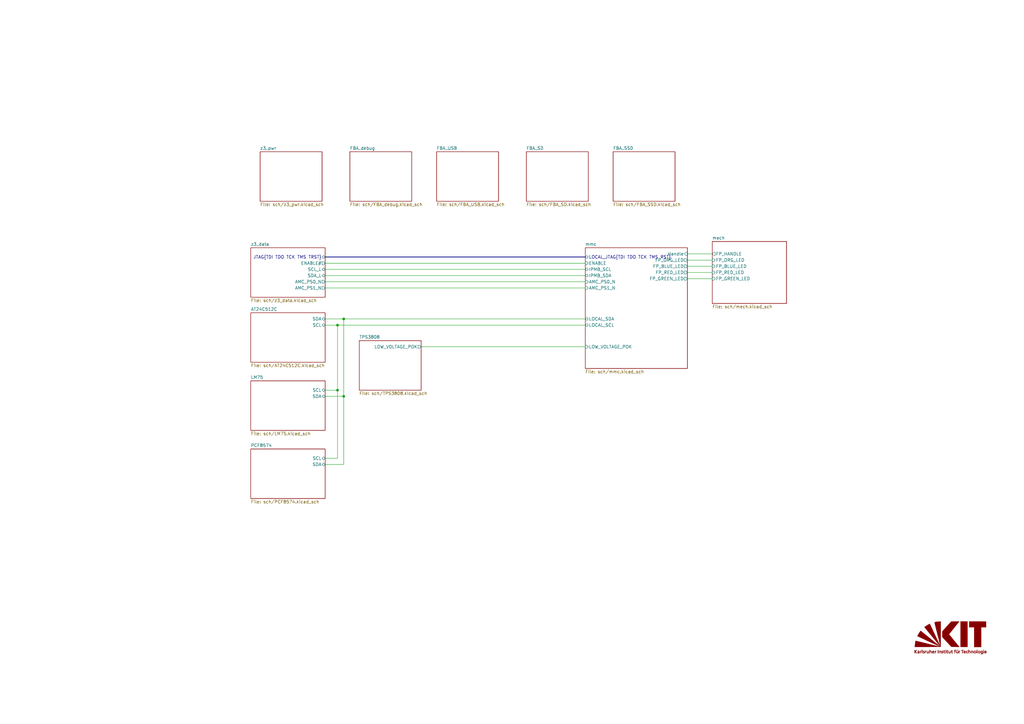
<source format=kicad_sch>
(kicad_sch (version 20211123) (generator eeschema)
  (paper "A3")
  (title_block (title "RTM_Template") (date "2022-09-07") (rev "1.0") (company "Karlsruhe Institute of Technology (KIT)") (comment 1 "Institute for Data Processing and Electronics (IPE)") (comment 2 "Carsten Schmerbeck") (comment 3 "Luis Ardila") (comment 4 "Licensed under CERN-OHL-P v2"))
  (lib_symbols
    (symbol "KIT_Graphic:KIT_LOGO" (pin_names (offset 1.016))
      (symbol "KIT_LOGO_0_0"
        (polyline (pts (xy -11.557 -4.8768) (xy -11.7602 -4.8768) (xy -11.7602 -6.2992) (xy -11.557 -6.2992) (xy -11.557 -4.8768)) (stroke (width 0.0254)) (fill (type outline)))
        (polyline (pts (xy -5.0038 -5.0038) (xy -5.207 -5.0038) (xy -5.207 -6.2992) (xy -5.0038 -6.2992) (xy -5.0038 -5.0038)) (stroke (width 0.0254)) (fill (type outline)))
        (polyline (pts (xy 6.9342 6.731) (xy 4.064 6.731) (xy 4.064 -3.7338) (xy 6.9342 -3.7338) (xy 6.9342 6.731)) (stroke (width 0.0254)) (fill (type outline)))
        (polyline (pts (xy 2.5908 -5.1562) (xy 2.5908 -5.0292) (xy 2.5654 -4.9784) (xy 2.5146 -4.953) (xy 2.4638 -4.953) (xy 2.413 -4.9784) (xy 2.413 -5.1308) (xy 2.4384 -5.1816) (xy 2.54 -5.1816) (xy 2.5908 -5.1562)) (stroke (width 0.0254)) (fill (type outline)))
        (polyline (pts (xy 2.9972 -5.1562) (xy 2.9972 -5.0292) (xy 2.9718 -4.9784) (xy 2.921 -4.953) (xy 2.8702 -4.953) (xy 2.8194 -4.9784) (xy 2.8194 -5.1308) (xy 2.8448 -5.1816) (xy 2.9464 -5.1816) (xy 2.9972 -5.1562)) (stroke (width 0.0254)) (fill (type outline)))
        (polyline (pts (xy -1.905 -5.1308) (xy -1.8796 -5.1054) (xy -1.8542 -5.0292) (xy -1.8542 -4.9784) (xy -1.8796 -4.9276) (xy -2.032 -4.9276) (xy -2.0828 -5.0038) (xy -2.0828 -5.08) (xy -2.032 -5.1308) (xy -1.9558 -5.1562) (xy -1.905 -5.1308)) (stroke (width 0.0254)) (fill (type outline)))
        (polyline (pts (xy 10.922 -4.8768) (xy 10.8204 -4.8768) (xy 10.8204 -4.9022) (xy 10.795 -4.9022) (xy 10.7696 -4.9276) (xy 10.7696 -4.9784) (xy 10.7442 -5.0546) (xy 10.7442 -5.6134) (xy 10.7188 -6.2992) (xy 10.922 -6.2992) (xy 10.922 -4.8768)) (stroke (width 0.0254)) (fill (type outline)))
        (polyline (pts (xy 12.5222 4.3688) (xy 14.5542 4.3688) (xy 14.5288 5.5372) (xy 14.5288 6.7056) (xy 11.0744 6.731) (xy 7.62 6.731) (xy 7.62 4.3688) (xy 9.652 4.3688) (xy 9.652 -3.7592) (xy 12.5222 -3.7592) (xy 12.5222 4.3688)) (stroke (width 0.0254)) (fill (type outline)))
        (polyline (pts (xy -1.8796 -5.8166) (xy -1.8796 -5.4102) (xy -1.905 -5.3594) (xy -1.9304 -5.3594) (xy -1.9558 -5.334) (xy -2.0066 -5.334) (xy -2.032 -5.3594) (xy -2.032 -5.3848) (xy -2.0574 -5.4864) (xy -2.0574 -6.2992) (xy -1.8542 -6.2992) (xy -1.8796 -5.8166)) (stroke (width 0.0254)) (fill (type outline)))
        (polyline (pts (xy 13.6398 -5.1308) (xy 13.6652 -5.1054) (xy 13.6906 -5.0292) (xy 13.6906 -4.9784) (xy 13.6652 -4.9276) (xy 13.5636 -4.9276) (xy 13.5128 -4.953) (xy 13.4874 -5.0292) (xy 13.5128 -5.08) (xy 13.5128 -5.1308) (xy 13.589 -5.1562) (xy 13.6398 -5.1308)) (stroke (width 0.0254)) (fill (type outline)))
        (polyline (pts (xy 13.6652 -5.8166) (xy 13.6652 -5.4102) (xy 13.6398 -5.3594) (xy 13.6144 -5.3594) (xy 13.589 -5.334) (xy 13.5382 -5.334) (xy 13.5128 -5.3594) (xy 13.5128 -5.4864) (xy 13.4874 -5.6134) (xy 13.4874 -6.2992) (xy 13.6906 -6.2992) (xy 13.6652 -5.8166)) (stroke (width 0.0254)) (fill (type outline)))
        (polyline (pts (xy 4.953 -5.1562) (xy 5.2324 -5.1562) (xy 5.334 -5.1308) (xy 5.3594 -5.1054) (xy 5.3594 -5.0292) (xy 5.334 -5.0292) (xy 5.2832 -5.0038) (xy 4.4196 -5.0038) (xy 4.3942 -5.0292) (xy 4.3688 -5.0292) (xy 4.3688 -5.1054) (xy 4.3942 -5.1308) (xy 4.445 -5.1308) (xy 4.572 -5.1562) (xy 4.7752 -5.1562) (xy 4.7752 -6.2992) (xy 4.953 -6.2992) (xy 4.953 -5.1562)) (stroke (width 0.0254)) (fill (type outline)))
        (polyline (pts (xy -12.3444 -6.2738) (xy -12.319 -6.223) (xy -12.319 -5.969) (xy -12.2936 -5.8674) (xy -12.2682 -5.6896) (xy -12.2428 -5.5626) (xy -12.1666 -5.5118) (xy -12.065 -5.4864) (xy -11.9888 -5.461) (xy -11.9888 -5.3594) (xy -12.0396 -5.334) (xy -12.1158 -5.334) (xy -12.2682 -5.4102) (xy -12.2936 -5.4356) (xy -12.319 -5.3848) (xy -12.3444 -5.3594) (xy -12.4206 -5.334) (xy -12.446 -5.334) (xy -12.4714 -5.3594) (xy -12.4968 -5.4102) (xy -12.4968 -6.2992) (xy -12.3698 -6.2992) (xy -12.3444 -6.2738)) (stroke (width 0.0254)) (fill (type outline)))
        (polyline (pts (xy -14.605 -6.2738) (xy -14.5796 -6.223) (xy -14.5796 -6.1468) (xy -14.5542 -5.9944) (xy -14.5542 -5.6896) (xy -14.2748 -5.9944) (xy -14.1478 -6.1468) (xy -14.0462 -6.223) (xy -13.9954 -6.2738) (xy -13.9192 -6.2992) (xy -13.7414 -6.2992) (xy -14.0462 -5.969) (xy -14.3764 -5.6134) (xy -13.7668 -5.0038) (xy -13.9954 -5.0038) (xy -14.0716 -5.0546) (xy -14.1478 -5.1308) (xy -14.3002 -5.2578) (xy -14.5542 -5.5372) (xy -14.5542 -5.0038) (xy -14.7828 -5.0038) (xy -14.7828 -6.2992) (xy -14.6304 -6.2992) (xy -14.605 -6.2738)) (stroke (width 0.0254)) (fill (type outline)))
        (polyline (pts (xy 3.556 -6.2738) (xy 3.556 -6.2484) (xy 3.5814 -6.1468) (xy 3.5814 -5.7404) (xy 3.6322 -5.588) (xy 3.7084 -5.5118) (xy 3.81 -5.4864) (xy 3.8862 -5.461) (xy 3.9116 -5.4102) (xy 3.9116 -5.3848) (xy 3.8862 -5.334) (xy 3.81 -5.334) (xy 3.7084 -5.3594) (xy 3.556 -5.4356) (xy 3.5306 -5.3848) (xy 3.5306 -5.3594) (xy 3.4544 -5.334) (xy 3.429 -5.334) (xy 3.4036 -5.3594) (xy 3.4036 -5.4102) (xy 3.3782 -5.4864) (xy 3.3782 -6.2992) (xy 3.5306 -6.2992) (xy 3.556 -6.2738)) (stroke (width 0.0254)) (fill (type outline)))
        (polyline (pts (xy -10.3632 -6.2738) (xy -10.3378 -6.223) (xy -10.3378 -6.1214) (xy -10.3124 -5.969) (xy -10.3124 -5.8674) (xy -10.287 -5.6896) (xy -10.2362 -5.5626) (xy -10.1854 -5.5118) (xy -10.0838 -5.4864) (xy -10.0076 -5.461) (xy -9.9822 -5.4102) (xy -10.0076 -5.3594) (xy -10.0584 -5.334) (xy -10.1346 -5.334) (xy -10.287 -5.4102) (xy -10.3124 -5.4356) (xy -10.3378 -5.3848) (xy -10.3632 -5.3594) (xy -10.4394 -5.334) (xy -10.4648 -5.334) (xy -10.4902 -5.3594) (xy -10.5156 -5.4102) (xy -10.5156 -6.2992) (xy -10.3886 -6.2992) (xy -10.3632 -6.2738)) (stroke (width 0.0254)) (fill (type outline)))
        (polyline (pts (xy -6.223 -6.2738) (xy -6.223 -6.223) (xy -6.1976 -6.1214) (xy -6.1976 -5.8674) (xy -6.1722 -5.6896) (xy -6.1214 -5.5626) (xy -6.0452 -5.5118) (xy -5.8928 -5.461) (xy -5.8674 -5.4102) (xy -5.8674 -5.3594) (xy -5.9436 -5.334) (xy -6.0198 -5.334) (xy -6.1214 -5.3848) (xy -6.1468 -5.4102) (xy -6.1976 -5.4356) (xy -6.223 -5.3848) (xy -6.2484 -5.3594) (xy -6.3246 -5.334) (xy -6.35 -5.334) (xy -6.3754 -5.3594) (xy -6.3754 -5.4102) (xy -6.4008 -5.4864) (xy -6.4008 -6.2992) (xy -6.2484 -6.2992) (xy -6.223 -6.2738)) (stroke (width 0.0254)) (fill (type outline)))
        (polyline (pts (xy 7.0358 -6.2992) (xy 7.0612 -6.223) (xy 7.0612 -6.1976) (xy 7.0104 -6.1722) (xy 6.858 -6.1722) (xy 6.731 -6.1468) (xy 6.604 -6.0452) (xy 6.5786 -5.969) (xy 6.5786 -5.842) (xy 6.604 -5.6896) (xy 6.6548 -5.588) (xy 6.7056 -5.5118) (xy 6.7818 -5.4864) (xy 7.0104 -5.4864) (xy 7.0358 -5.461) (xy 7.0358 -5.3848) (xy 6.9596 -5.3594) (xy 6.858 -5.334) (xy 6.604 -5.3848) (xy 6.5024 -5.461) (xy 6.4262 -5.6134) (xy 6.3754 -5.7658) (xy 6.4008 -5.9182) (xy 6.4516 -6.096) (xy 6.5532 -6.223) (xy 6.6802 -6.2992) (xy 6.8072 -6.3246) (xy 6.9342 -6.3246) (xy 7.0358 -6.2992)) (stroke (width 0.0254)) (fill (type outline)))
        (polyline (pts (xy -8.4836 -6.2738) (xy -8.4582 -6.223) (xy -8.4582 -5.969) (xy -8.4328 -5.842) (xy -8.4074 -5.6642) (xy -8.3566 -5.5626) (xy -8.2804 -5.5118) (xy -8.1788 -5.4864) (xy -8.1026 -5.4864) (xy -8.0264 -5.5372) (xy -8.001 -5.6134) (xy -7.9756 -5.7658) (xy -7.9756 -6.2992) (xy -7.7724 -6.2992) (xy -7.7978 -5.9182) (xy -7.7978 -5.588) (xy -7.8232 -5.5118) (xy -7.8486 -5.461) (xy -7.8994 -5.4102) (xy -7.9502 -5.3848) (xy -8.0772 -5.334) (xy -8.2296 -5.334) (xy -8.382 -5.3848) (xy -8.4582 -5.461) (xy -8.4582 -4.953) (xy -8.4836 -4.9022) (xy -8.509 -4.8768) (xy -8.636 -4.8768) (xy -8.636 -6.2992) (xy -8.509 -6.2992) (xy -8.4836 -6.2738)) (stroke (width 0.0254)) (fill (type outline)))
        (polyline (pts (xy 1.8034 -6.2738) (xy 1.8034 -5.4864) (xy 2.0066 -5.4864) (xy 2.0574 -5.461) (xy 2.0828 -5.4102) (xy 2.0574 -5.3848) (xy 2.032 -5.334) (xy 1.8796 -5.334) (xy 1.8288 -5.3086) (xy 1.8034 -5.2578) (xy 1.8288 -5.1562) (xy 1.8796 -5.0546) (xy 1.9812 -5.0292) (xy 2.0574 -5.0292) (xy 2.0828 -4.953) (xy 2.032 -4.9022) (xy 1.9304 -4.8768) (xy 1.905 -4.8768) (xy 1.778 -4.9276) (xy 1.6764 -5.0292) (xy 1.651 -5.1816) (xy 1.651 -5.2832) (xy 1.6256 -5.334) (xy 1.524 -5.334) (xy 1.4478 -5.3594) (xy 1.4478 -5.461) (xy 1.651 -5.5118) (xy 1.651 -6.1214) (xy 1.6764 -6.223) (xy 1.6764 -6.2738) (xy 1.7018 -6.2992) (xy 1.778 -6.2992) (xy 1.8034 -6.2738)) (stroke (width 0.0254)) (fill (type outline)))
        (polyline (pts (xy -10.8966 -6.2992) (xy -10.8204 -6.2484) (xy -10.7442 -6.1468) (xy -10.7442 -6.0198) (xy -10.795 -5.8928) (xy -10.922 -5.7658) (xy -11.049 -5.6896) (xy -11.1252 -5.6388) (xy -11.1506 -5.6134) (xy -11.1506 -5.5626) (xy -11.1252 -5.5372) (xy -11.049 -5.4864) (xy -10.795 -5.4864) (xy -10.795 -5.3848) (xy -10.8458 -5.3594) (xy -10.9474 -5.334) (xy -10.9728 -5.334) (xy -11.1252 -5.3594) (xy -11.2522 -5.4356) (xy -11.3284 -5.5372) (xy -11.3284 -5.5626) (xy -11.303 -5.6642) (xy -11.2268 -5.7912) (xy -10.9982 -5.9436) (xy -10.9474 -6.0198) (xy -10.9474 -6.096) (xy -10.9982 -6.1468) (xy -11.0744 -6.1722) (xy -11.2014 -6.1722) (xy -11.2776 -6.1468) (xy -11.303 -6.1468) (xy -11.303 -6.2738) (xy -11.2268 -6.2992) (xy -11.2268 -6.3246) (xy -11.0236 -6.3246) (xy -10.8966 -6.2992)) (stroke (width 0.0254)) (fill (type outline)))
        (polyline (pts (xy 7.4676 -6.2484) (xy 7.4676 -5.842) (xy 7.493 -5.715) (xy 7.493 -5.6388) (xy 7.6454 -5.4864) (xy 7.747 -5.4864) (xy 7.7978 -5.5118) (xy 7.874 -5.5372) (xy 7.9248 -5.6388) (xy 7.9502 -5.7912) (xy 7.9502 -6.223) (xy 7.9756 -6.2738) (xy 8.001 -6.2992) (xy 8.128 -6.2992) (xy 8.128 -6.1722) (xy 8.1534 -6.0198) (xy 8.128 -5.842) (xy 8.1026 -5.6388) (xy 8.0518 -5.4864) (xy 7.9756 -5.3848) (xy 7.9502 -5.3594) (xy 7.8232 -5.334) (xy 7.6708 -5.334) (xy 7.5438 -5.3848) (xy 7.5184 -5.4102) (xy 7.493 -5.4102) (xy 7.4676 -5.3848) (xy 7.4676 -5.1308) (xy 7.4422 -5.0038) (xy 7.4422 -4.9276) (xy 7.4168 -4.9022) (xy 7.366 -4.8768) (xy 7.2898 -4.8768) (xy 7.2898 -6.2992) (xy 7.4168 -6.2992) (xy 7.4676 -6.2484)) (stroke (width 0.0254)) (fill (type outline)))
        (polyline (pts (xy -4.5212 -6.2484) (xy -4.5212 -5.9944) (xy -4.4958 -5.7912) (xy -4.445 -5.6134) (xy -4.3688 -5.5372) (xy -4.2672 -5.4864) (xy -4.1402 -5.4864) (xy -4.0894 -5.5372) (xy -4.064 -5.6134) (xy -4.0386 -5.7658) (xy -4.0386 -6.2484) (xy -3.9878 -6.2992) (xy -3.8862 -6.2992) (xy -3.8608 -6.2738) (xy -3.8608 -6.223) (xy -3.8354 -6.1214) (xy -3.8354 -5.9436) (xy -3.8608 -5.6896) (xy -3.8862 -5.5372) (xy -3.937 -5.4102) (xy -4.0132 -5.3594) (xy -4.1402 -5.334) (xy -4.2926 -5.3594) (xy -4.4196 -5.4102) (xy -4.5212 -5.4864) (xy -4.5212 -5.3594) (xy -4.5974 -5.334) (xy -4.6228 -5.334) (xy -4.6482 -5.3594) (xy -4.6482 -5.4102) (xy -4.6736 -5.4864) (xy -4.6736 -6.1468) (xy -4.6482 -6.223) (xy -4.6482 -6.2738) (xy -4.6228 -6.2992) (xy -4.5466 -6.2992) (xy -4.5212 -6.2484)) (stroke (width 0.0254)) (fill (type outline)))
        (polyline (pts (xy -1.0668 -6.2992) (xy -1.0414 -6.223) (xy -1.0414 -6.1976) (xy -1.1176 -6.1722) (xy -1.1938 -6.1722) (xy -1.2446 -6.1214) (xy -1.2954 -5.969) (xy -1.2954 -5.4864) (xy -1.0922 -5.4864) (xy -1.0414 -5.461) (xy -1.0414 -5.4102) (xy -1.0668 -5.3594) (xy -1.1684 -5.334) (xy -1.2446 -5.334) (xy -1.2954 -5.2832) (xy -1.2954 -5.1054) (xy -1.3208 -5.08) (xy -1.3716 -5.08) (xy -1.4478 -5.1562) (xy -1.4986 -5.2324) (xy -1.4986 -5.2578) (xy -1.524 -5.3086) (xy -1.6002 -5.334) (xy -1.651 -5.3594) (xy -1.7018 -5.4102) (xy -1.7018 -5.4356) (xy -1.6764 -5.461) (xy -1.6002 -5.4864) (xy -1.4986 -5.4864) (xy -1.4986 -5.8166) (xy -1.4732 -6.0198) (xy -1.4478 -6.1722) (xy -1.397 -6.2484) (xy -1.3208 -6.2992) (xy -1.27 -6.3246) (xy -1.143 -6.3246) (xy -1.0668 -6.2992)) (stroke (width 0.0254)) (fill (type outline)))
        (polyline (pts (xy -3.1496 -6.2484) (xy -3.048 -6.1468) (xy -3.0226 -6.0452) (xy -3.0226 -5.969) (xy -3.0734 -5.8928) (xy -3.1496 -5.8166) (xy -3.2766 -5.7404) (xy -3.3782 -5.6388) (xy -3.4036 -5.5626) (xy -3.4036 -5.5372) (xy -3.3528 -5.5118) (xy -3.2512 -5.4864) (xy -3.1496 -5.4864) (xy -3.0988 -5.461) (xy -3.0734 -5.4102) (xy -3.0988 -5.3848) (xy -3.1496 -5.3594) (xy -3.2512 -5.334) (xy -3.3528 -5.334) (xy -3.5052 -5.3848) (xy -3.5814 -5.4864) (xy -3.6322 -5.588) (xy -3.5814 -5.7404) (xy -3.5052 -5.8166) (xy -3.3528 -5.9182) (xy -3.302 -5.9436) (xy -3.2258 -6.0198) (xy -3.2258 -6.096) (xy -3.302 -6.1722) (xy -3.5052 -6.1722) (xy -3.5814 -6.1468) (xy -3.6068 -6.1468) (xy -3.6068 -6.1976) (xy -3.5814 -6.2484) (xy -3.5052 -6.2992) (xy -3.429 -6.3246) (xy -3.2766 -6.3246) (xy -3.1496 -6.2484)) (stroke (width 0.0254)) (fill (type outline)))
        (polyline (pts (xy -2.3114 -6.2992) (xy -2.2606 -6.223) (xy -2.286 -6.223) (xy -2.286 -6.1722) (xy -2.3622 -6.1722) (xy -2.3876 -6.1976) (xy -2.4638 -6.1722) (xy -2.5146 -6.096) (xy -2.54 -5.9944) (xy -2.54 -5.4864) (xy -2.3876 -5.4864) (xy -2.3368 -5.461) (xy -2.3114 -5.4102) (xy -2.3114 -5.3848) (xy -2.3368 -5.334) (xy -2.4892 -5.334) (xy -2.54 -5.2832) (xy -2.54 -5.1308) (xy -2.5654 -5.08) (xy -2.5908 -5.08) (xy -2.6162 -5.1054) (xy -2.6924 -5.1054) (xy -2.7178 -5.1308) (xy -2.7178 -5.2832) (xy -2.7432 -5.334) (xy -2.8702 -5.334) (xy -2.921 -5.3594) (xy -2.9464 -5.4102) (xy -2.9464 -5.4356) (xy -2.921 -5.461) (xy -2.8448 -5.4864) (xy -2.7178 -5.4864) (xy -2.7178 -6.1214) (xy -2.667 -6.223) (xy -2.6162 -6.2738) (xy -2.54 -6.3246) (xy -2.3876 -6.3246) (xy -2.3114 -6.2992)) (stroke (width 0.0254)) (fill (type outline)))
        (polyline (pts (xy 0.7874 -6.3246) (xy 0.8128 -6.2992) (xy 0.8382 -6.2484) (xy 0.8128 -6.1976) (xy 0.762 -6.1722) (xy 0.6858 -6.1722) (xy 0.6096 -6.1214) (xy 0.5842 -5.969) (xy 0.5842 -5.4864) (xy 0.762 -5.4864) (xy 0.8128 -5.461) (xy 0.8382 -5.4102) (xy 0.8382 -5.3848) (xy 0.7874 -5.334) (xy 0.6096 -5.334) (xy 0.5842 -5.2832) (xy 0.5842 -5.1562) (xy 0.5588 -5.08) (xy 0.5334 -5.08) (xy 0.4572 -5.1054) (xy 0.4064 -5.1562) (xy 0.381 -5.2324) (xy 0.381 -5.2578) (xy 0.3556 -5.3086) (xy 0.3048 -5.334) (xy 0.2286 -5.3594) (xy 0.2032 -5.4102) (xy 0.2286 -5.461) (xy 0.3048 -5.4864) (xy 0.3556 -5.4864) (xy 0.381 -5.5372) (xy 0.381 -5.8674) (xy 0.4064 -6.0452) (xy 0.4572 -6.2484) (xy 0.5334 -6.2992) (xy 0.5842 -6.3246) (xy 0.6858 -6.35) (xy 0.7874 -6.3246)) (stroke (width 0.0254)) (fill (type outline)))
        (polyline (pts (xy 8.5852 -6.2738) (xy 8.5852 -5.8928) (xy 8.636 -5.715) (xy 8.6868 -5.588) (xy 8.7884 -5.5118) (xy 8.9154 -5.4864) (xy 8.9662 -5.4864) (xy 9.017 -5.5372) (xy 9.0424 -5.6134) (xy 9.0678 -5.7658) (xy 9.0678 -6.1468) (xy 9.0932 -6.2484) (xy 9.0932 -6.2738) (xy 9.1186 -6.2992) (xy 9.2202 -6.2992) (xy 9.2456 -6.2738) (xy 9.271 -6.223) (xy 9.271 -5.9436) (xy 9.2456 -5.6896) (xy 9.2202 -5.5372) (xy 9.1694 -5.4102) (xy 9.0932 -5.3594) (xy 8.9662 -5.334) (xy 8.8138 -5.3594) (xy 8.6868 -5.4102) (xy 8.5852 -5.4864) (xy 8.5852 -5.3594) (xy 8.509 -5.334) (xy 8.4836 -5.334) (xy 8.4582 -5.3594) (xy 8.4582 -5.4102) (xy 8.4328 -5.4864) (xy 8.4328 -6.1468) (xy 8.4582 -6.223) (xy 8.4582 -6.2738) (xy 8.4836 -6.2992) (xy 8.5598 -6.2992) (xy 8.5852 -6.2738)) (stroke (width 0.0254)) (fill (type outline)))
        (polyline (pts (xy -9.3472 -6.3246) (xy -9.2202 -6.2738) (xy -9.144 -6.223) (xy -9.0932 -6.223) (xy -9.0932 -6.2484) (xy -9.0678 -6.2738) (xy -9.017 -6.2992) (xy -8.9916 -6.2992) (xy -8.9408 -6.2484) (xy -8.9408 -5.461) (xy -8.9662 -5.3848) (xy -8.9662 -5.3594) (xy -8.9916 -5.334) (xy -9.017 -5.334) (xy -9.0678 -5.3594) (xy -9.0932 -5.3848) (xy -9.1186 -5.4356) (xy -9.1186 -5.6896) (xy -9.144 -5.8166) (xy -9.144 -5.9436) (xy -9.1694 -6.0198) (xy -9.1948 -6.0706) (xy -9.2964 -6.1722) (xy -9.4234 -6.1976) (xy -9.4996 -6.1468) (xy -9.5758 -6.0452) (xy -9.6012 -5.8674) (xy -9.6266 -5.6388) (xy -9.6266 -5.3594) (xy -9.652 -5.334) (xy -9.7282 -5.334) (xy -9.7536 -5.3594) (xy -9.7536 -6.0706) (xy -9.7028 -6.1976) (xy -9.652 -6.2484) (xy -9.5758 -6.2992) (xy -9.5504 -6.2992) (xy -9.4488 -6.35) (xy -9.3472 -6.3246)) (stroke (width 0.0254)) (fill (type outline)))
        (polyline (pts (xy -8.4074 -3.7084) (xy -4.5212 -3.7084) (xy -4.3434 -3.683) (xy -4.191 -3.683) (xy -4.2418 -3.6576) (xy -4.3434 -3.6576) (xy -4.4958 -3.6068) (xy -4.699 -3.556) (xy -4.9784 -3.5052) (xy -5.2832 -3.429) (xy -5.6642 -3.3274) (xy -6.096 -3.2258) (xy -6.5532 -3.1242) (xy -7.0358 -2.9972) (xy -7.5692 -2.8702) (xy -8.128 -2.7178) (xy -8.6868 -2.5908) (xy -9.2964 -2.4384) (xy -10.0838 -2.2352) (xy -10.8204 -2.0574) (xy -11.4554 -1.905) (xy -12.573 -1.6256) (xy -13.0302 -1.4986) (xy -13.4366 -1.4224) (xy -13.7668 -1.3462) (xy -13.9954 -1.2954) (xy -14.3002 -1.2192) (xy -14.351 -1.2192) (xy -14.3764 -1.3208) (xy -14.4272 -1.4732) (xy -14.4526 -1.6764) (xy -14.5034 -1.9304) (xy -14.5288 -2.1844) (xy -14.5796 -2.4638) (xy -14.6304 -3.0226) (xy -14.6558 -3.2766) (xy -14.6812 -3.7338) (xy -9.1948 -3.7338) (xy -8.4074 -3.7084)) (stroke (width 0.0254)) (fill (type outline)))
        (polyline (pts (xy 2.8702 -6.223) (xy 2.9718 -6.1722) (xy 2.9718 -6.2484) (xy 3.048 -6.2738) (xy 3.0734 -6.2738) (xy 3.0988 -6.2484) (xy 3.0988 -6.1976) (xy 3.1242 -6.1214) (xy 3.1242 -5.4102) (xy 3.0988 -5.3594) (xy 3.0734 -5.334) (xy 3.0226 -5.334) (xy 2.9972 -5.3594) (xy 2.9718 -5.4102) (xy 2.9718 -5.715) (xy 2.921 -5.9182) (xy 2.8702 -6.0706) (xy 2.7686 -6.1214) (xy 2.667 -6.1468) (xy 2.5908 -6.1468) (xy 2.54 -6.096) (xy 2.4892 -5.9944) (xy 2.4638 -5.9182) (xy 2.4638 -5.7658) (xy 2.4384 -5.6134) (xy 2.4384 -5.3594) (xy 2.413 -5.334) (xy 2.3368 -5.334) (xy 2.3114 -5.3594) (xy 2.3114 -5.4102) (xy 2.286 -5.5118) (xy 2.286 -5.7912) (xy 2.3114 -5.9944) (xy 2.3368 -6.1214) (xy 2.3876 -6.1976) (xy 2.4638 -6.2738) (xy 2.5908 -6.2992) (xy 2.7432 -6.2992) (xy 2.8702 -6.223)) (stroke (width 0.0254)) (fill (type outline)))
        (polyline (pts (xy -0.2794 -6.2738) (xy -0.2032 -6.2484) (xy -0.1524 -6.223) (xy -0.127 -6.2484) (xy -0.127 -6.2738) (xy -0.0508 -6.2992) (xy -0.0254 -6.2992) (xy -0.0254 -6.2738) (xy 0 -6.2484) (xy 0 -5.3594) (xy -0.0254 -5.334) (xy -0.0762 -5.334) (xy -0.1016 -5.3594) (xy -0.127 -5.4102) (xy -0.127 -5.4864) (xy -0.1524 -5.6388) (xy -0.1524 -5.6896) (xy -0.1778 -5.8928) (xy -0.2286 -6.0452) (xy -0.2794 -6.1214) (xy -0.381 -6.1722) (xy -0.4826 -6.1722) (xy -0.5588 -6.1214) (xy -0.5842 -6.1214) (xy -0.635 -5.969) (xy -0.635 -5.8674) (xy -0.6604 -5.6896) (xy -0.6604 -5.4356) (xy -0.6858 -5.3594) (xy -0.7112 -5.334) (xy -0.7874 -5.334) (xy -0.7874 -5.3594) (xy -0.8128 -5.4356) (xy -0.8128 -5.9182) (xy -0.7874 -6.0706) (xy -0.762 -6.1976) (xy -0.6096 -6.2992) (xy -0.508 -6.3246) (xy -0.4064 -6.3246) (xy -0.2794 -6.2738)) (stroke (width 0.0254)) (fill (type outline)))
        (polyline (pts (xy 10.1092 -6.2992) (xy 10.287 -6.223) (xy 10.414 -6.096) (xy 10.4648 -5.969) (xy 10.4648 -5.6642) (xy 10.414 -5.5372) (xy 10.3886 -5.5118) (xy 10.2616 -5.4102) (xy 10.1092 -5.334) (xy 9.9314 -5.334) (xy 9.7536 -5.3848) (xy 9.652 -5.461) (xy 9.5758 -5.6134) (xy 9.525 -5.7658) (xy 9.525 -5.8674) (xy 9.7028 -5.8674) (xy 9.7282 -5.715) (xy 9.8044 -5.588) (xy 9.8298 -5.5372) (xy 9.9568 -5.4864) (xy 10.0838 -5.4864) (xy 10.1854 -5.5626) (xy 10.2616 -5.6642) (xy 10.287 -5.8166) (xy 10.2616 -5.969) (xy 10.2108 -6.0706) (xy 10.1854 -6.096) (xy 10.0838 -6.1722) (xy 9.9568 -6.1722) (xy 9.8298 -6.1468) (xy 9.7536 -6.0452) (xy 9.7282 -5.9944) (xy 9.7028 -5.8674) (xy 9.525 -5.8674) (xy 9.5504 -5.9182) (xy 9.6012 -6.096) (xy 9.7028 -6.223) (xy 9.8298 -6.2992) (xy 9.9314 -6.3246) (xy 10.1092 -6.2992)) (stroke (width 0.0254)) (fill (type outline)))
        (polyline (pts (xy 11.8364 -6.2992) (xy 11.9634 -6.223) (xy 12.065 -6.096) (xy 12.1412 -5.9436) (xy 12.1412 -5.7658) (xy 12.0904 -5.588) (xy 12.065 -5.5372) (xy 11.9634 -5.4356) (xy 11.811 -5.3594) (xy 11.6332 -5.334) (xy 11.4808 -5.3594) (xy 11.3538 -5.4356) (xy 11.3284 -5.461) (xy 11.2268 -5.6134) (xy 11.2014 -5.7658) (xy 11.2014 -5.8674) (xy 11.3792 -5.8674) (xy 11.4046 -5.6896) (xy 11.4554 -5.588) (xy 11.557 -5.5118) (xy 11.684 -5.4864) (xy 11.7094 -5.4864) (xy 11.8364 -5.5372) (xy 11.9126 -5.6388) (xy 11.9634 -5.7912) (xy 11.9634 -5.9182) (xy 11.938 -5.9944) (xy 11.8364 -6.096) (xy 11.7094 -6.1722) (xy 11.6078 -6.1722) (xy 11.5062 -6.1214) (xy 11.4046 -6.0198) (xy 11.3792 -5.8674) (xy 11.2014 -5.8674) (xy 11.2014 -5.9436) (xy 11.2776 -6.096) (xy 11.3792 -6.223) (xy 11.5316 -6.2992) (xy 11.6586 -6.3246) (xy 11.8364 -6.2992)) (stroke (width 0.0254)) (fill (type outline)))
        (polyline (pts (xy 6.096 -6.2738) (xy 6.096 -6.2484) (xy 6.1214 -6.1976) (xy 6.1214 -6.1722) (xy 6.096 -6.1214) (xy 6.0452 -6.1468) (xy 5.8674 -6.1722) (xy 5.715 -6.1468) (xy 5.6134 -6.0706) (xy 5.588 -6.0452) (xy 5.5372 -5.969) (xy 5.5118 -5.9182) (xy 5.5626 -5.8674) (xy 6.1976 -5.8674) (xy 6.1976 -5.6642) (xy 6.1214 -5.5118) (xy 6.0452 -5.4102) (xy 5.8928 -5.3594) (xy 5.7658 -5.334) (xy 5.6134 -5.3594) (xy 5.4864 -5.4356) (xy 5.3848 -5.588) (xy 5.334 -5.715) (xy 5.5118 -5.715) (xy 5.5626 -5.6388) (xy 5.588 -5.5626) (xy 5.6388 -5.5118) (xy 5.6896 -5.4864) (xy 5.7912 -5.4864) (xy 5.8928 -5.5118) (xy 5.969 -5.588) (xy 5.9944 -5.6896) (xy 5.9944 -5.715) (xy 5.969 -5.7404) (xy 5.5626 -5.7404) (xy 5.5118 -5.715) (xy 5.334 -5.715) (xy 5.334 -5.8928) (xy 5.3848 -6.0706) (xy 5.4864 -6.1976) (xy 5.6388 -6.2992) (xy 5.7404 -6.3246) (xy 5.9944 -6.3246) (xy 6.096 -6.2738)) (stroke (width 0.0254)) (fill (type outline)))
        (polyline (pts (xy -6.8834 -6.2992) (xy -6.8326 -6.2992) (xy -6.7564 -6.2484) (xy -6.731 -6.1976) (xy -6.731 -6.1468) (xy -6.7564 -6.1214) (xy -6.8326 -6.1468) (xy -6.985 -6.1722) (xy -7.1628 -6.1468) (xy -7.2644 -6.0706) (xy -7.3406 -5.9436) (xy -7.366 -5.8928) (xy -7.3406 -5.8674) (xy -6.7056 -5.8674) (xy -6.7056 -5.715) (xy -6.731 -5.588) (xy -6.7818 -5.461) (xy -6.8834 -5.3594) (xy -6.9088 -5.3594) (xy -7.0358 -5.334) (xy -7.1882 -5.334) (xy -7.3152 -5.3848) (xy -7.3914 -5.4102) (xy -7.493 -5.5372) (xy -7.5438 -5.715) (xy -7.3406 -5.715) (xy -7.3406 -5.6642) (xy -7.2898 -5.588) (xy -7.1882 -5.5118) (xy -7.0866 -5.4864) (xy -6.985 -5.5118) (xy -6.9088 -5.5626) (xy -6.8834 -5.6642) (xy -6.8834 -5.6896) (xy -6.9088 -5.7404) (xy -7.2898 -5.7404) (xy -7.3406 -5.715) (xy -7.5438 -5.715) (xy -7.5438 -5.8928) (xy -7.493 -6.0706) (xy -7.3914 -6.1976) (xy -7.2644 -6.2992) (xy -7.2136 -6.2992) (xy -7.112 -6.3246) (xy -7.0104 -6.3246) (xy -6.8834 -6.2992)) (stroke (width 0.0254)) (fill (type outline)))
        (polyline (pts (xy 14.5542 -6.2992) (xy 14.605 -6.2992) (xy 14.6812 -6.2484) (xy 14.7066 -6.1976) (xy 14.7066 -6.1468) (xy 14.6558 -6.1214) (xy 14.605 -6.1468) (xy 14.4272 -6.1722) (xy 14.2748 -6.1468) (xy 14.1478 -6.0706) (xy 14.0716 -5.9436) (xy 14.0716 -5.8928) (xy 14.097 -5.8674) (xy 14.732 -5.8674) (xy 14.732 -5.715) (xy 14.7066 -5.588) (xy 14.6304 -5.461) (xy 14.5542 -5.3594) (xy 14.5288 -5.3594) (xy 14.3764 -5.334) (xy 14.224 -5.334) (xy 14.097 -5.3848) (xy 14.0462 -5.4102) (xy 13.9446 -5.5372) (xy 13.8938 -5.715) (xy 14.0716 -5.715) (xy 14.097 -5.6388) (xy 14.1478 -5.5626) (xy 14.224 -5.4864) (xy 14.3256 -5.4864) (xy 14.4272 -5.5118) (xy 14.5034 -5.588) (xy 14.5542 -5.6896) (xy 14.5542 -5.715) (xy 14.5034 -5.7404) (xy 14.097 -5.7404) (xy 14.0716 -5.715) (xy 13.8938 -5.715) (xy 13.8938 -5.8928) (xy 13.9192 -6.0706) (xy 14.0208 -6.1976) (xy 14.1732 -6.2992) (xy 14.224 -6.2992) (xy 14.3256 -6.3246) (xy 14.4272 -6.3246) (xy 14.5542 -6.2992)) (stroke (width 0.0254)) (fill (type outline)))
        (polyline (pts (xy 3.429 -3.5306) (xy 3.3782 -3.5052) (xy 3.2004 -3.2512) (xy 2.9718 -2.9718) (xy 2.7178 -2.6924) (xy 2.2098 -2.032) (xy 1.9304 -1.7018) (xy 1.6256 -1.3462) (xy 1.3462 -1.016) (xy 1.0668 -0.6604) (xy 0.8128 -0.3302) (xy 0.5334 0) (xy 0.3048 0.3048) (xy 0.0762 0.5842) (xy -0.127 0.8128) (xy -0.3048 1.0414) (xy -0.4318 1.2192) (xy -0.5588 1.3462) (xy -0.6096 1.4224) (xy -0.635 1.4732) (xy -0.6096 1.4986) (xy -0.4572 1.7272) (xy -0.3048 1.905) (xy -0.127 2.1336) (xy 0.0762 2.3876) (xy 0.3048 2.667) (xy 0.5588 2.9972) (xy 0.8382 3.3528) (xy 1.143 3.7084) (xy 1.7526 4.4704) (xy 2.3114 5.1816) (xy 2.5654 5.5118) (xy 2.8194 5.7912) (xy 3.0226 6.0452) (xy 3.2004 6.2738) (xy 3.3274 6.4516) (xy 3.4544 6.604) (xy 3.5052 6.6802) (xy 3.5306 6.7056) (xy 3.429 6.7056) (xy 3.2766 6.731) (xy 1.905 6.731) (xy 0.254 6.7056) (xy -1.5748 4.699) (xy -3.4036 2.667) (xy -3.4036 0.3302) (xy -1.524 -1.7018) (xy 0.3556 -3.7084) (xy 1.9812 -3.7084) (xy 3.5814 -3.7338) (xy 3.429 -3.5306)) (stroke (width 0.0254)) (fill (type outline)))
        (polyline (pts (xy -13.1318 -6.2992) (xy -12.9794 -6.223) (xy -12.954 -6.1976) (xy -12.954 -6.2484) (xy -12.9286 -6.2738) (xy -12.8778 -6.2992) (xy -12.827 -6.2992) (xy -12.8016 -6.2484) (xy -12.8016 -5.842) (xy -12.827 -5.6642) (xy -12.827 -5.5626) (xy -12.8524 -5.4864) (xy -12.8778 -5.4356) (xy -12.9032 -5.4102) (xy -12.9794 -5.3594) (xy -13.1318 -5.334) (xy -13.2842 -5.334) (xy -13.4112 -5.3848) (xy -13.4874 -5.4102) (xy -13.5128 -5.461) (xy -13.4874 -5.5118) (xy -13.462 -5.5372) (xy -13.4112 -5.5118) (xy -13.335 -5.4864) (xy -13.1064 -5.4864) (xy -13.0302 -5.5372) (xy -13.0048 -5.5626) (xy -12.9794 -5.6388) (xy -13.0556 -5.6896) (xy -13.1826 -5.715) (xy -13.2588 -5.715) (xy -13.4366 -5.7912) (xy -13.5382 -5.8928) (xy -13.589 -6.0198) (xy -13.4112 -6.0198) (xy -13.3604 -5.9436) (xy -13.2842 -5.8674) (xy -13.0302 -5.8674) (xy -13.0048 -5.8928) (xy -12.9794 -5.969) (xy -13.0302 -6.1214) (xy -13.081 -6.1468) (xy -13.1826 -6.1722) (xy -13.2842 -6.1722) (xy -13.3604 -6.1214) (xy -13.4112 -6.0198) (xy -13.589 -6.0198) (xy -13.5636 -6.1468) (xy -13.5128 -6.2484) (xy -13.3858 -6.3246) (xy -13.2588 -6.3246) (xy -13.1318 -6.2992)) (stroke (width 0.0254)) (fill (type outline)))
        (polyline (pts (xy 12.9794 -6.6802) (xy 13.0556 -6.6548) (xy 13.1318 -6.5786) (xy 13.2334 -6.4516) (xy 13.2334 -5.4102) (xy 13.208 -5.3594) (xy 13.1826 -5.334) (xy 13.1064 -5.334) (xy 13.081 -5.3848) (xy 13.081 -5.4102) (xy 13.0556 -5.4356) (xy 13.0302 -5.4356) (xy 12.9794 -5.3848) (xy 12.954 -5.3848) (xy 12.8778 -5.334) (xy 12.7508 -5.334) (xy 12.6238 -5.3594) (xy 12.5222 -5.4102) (xy 12.4968 -5.4356) (xy 12.3952 -5.5626) (xy 12.3444 -5.715) (xy 12.3444 -5.8166) (xy 12.5222 -5.8166) (xy 12.5476 -5.6642) (xy 12.6238 -5.5626) (xy 12.7254 -5.4864) (xy 12.827 -5.4864) (xy 12.9286 -5.5118) (xy 13.0048 -5.6134) (xy 13.0302 -5.6896) (xy 13.0556 -5.8166) (xy 13.0302 -5.969) (xy 12.954 -6.0706) (xy 12.954 -6.096) (xy 12.827 -6.1468) (xy 12.7254 -6.1468) (xy 12.6238 -6.0706) (xy 12.5476 -5.969) (xy 12.5222 -5.8166) (xy 12.3444 -5.8166) (xy 12.3444 -5.8928) (xy 12.3952 -6.0706) (xy 12.4714 -6.1976) (xy 12.6238 -6.2738) (xy 12.7762 -6.2992) (xy 12.9286 -6.2484) (xy 13.0556 -6.1976) (xy 13.0556 -6.2992) (xy 13.0302 -6.4008) (xy 12.954 -6.5024) (xy 12.827 -6.5532) (xy 12.6746 -6.5786) (xy 12.4968 -6.5278) (xy 12.4206 -6.5278) (xy 12.4206 -6.6548) (xy 12.4968 -6.7056) (xy 12.8778 -6.7056) (xy 12.9794 -6.6802)) (stroke (width 0.0254)) (fill (type outline)))
        (polyline (pts (xy -4.318 -3.2004) (xy -4.445 -2.9718) (xy -4.572 -2.667) (xy -4.7498 -2.3114) (xy -4.9276 -1.9304) (xy -5.1308 -1.4986) (xy -5.334 -1.0414) (xy -5.588 -0.5588) (xy -5.8166 -0.0508) (xy -6.3246 1.0668) (xy -8.5344 5.7404) (xy -8.7376 5.6642) (xy -8.8138 5.6388) (xy -9.017 5.5372) (xy -9.2456 5.3848) (xy -9.4996 5.2324) (xy -9.779 5.08) (xy -10.033 4.9022) (xy -10.2616 4.7498) (xy -10.4648 4.6228) (xy -10.6172 4.4958) (xy -10.7442 4.3942) (xy -7.4676 0.4064) (xy -7.239 0.1016) (xy -6.477 -0.8128) (xy -5.8166 -1.6256) (xy -5.5118 -2.0066) (xy -5.2324 -2.3622) (xy -4.9784 -2.667) (xy -4.7498 -2.921) (xy -4.572 -3.1496) (xy -4.4196 -3.3274) (xy -4.318 -3.4798) (xy -4.2164 -3.5814) (xy -4.2418 -3.5814) (xy -4.2926 -3.5306) (xy -4.4196 -3.4544) (xy -4.572 -3.3274) (xy -4.8006 -3.1496) (xy -5.0546 -2.9464) (xy -5.334 -2.7178) (xy -5.6642 -2.4384) (xy -6.0198 -2.159) (xy -6.8326 -1.4986) (xy -7.2644 -1.143) (xy -7.747 -0.762) (xy -8.2042 -0.381) (xy -8.4836 -0.1524) (xy -8.9408 0.2032) (xy -9.398 0.5842) (xy -9.8298 0.9398) (xy -10.2362 1.2446) (xy -10.6172 1.5494) (xy -10.9474 1.8288) (xy -11.2776 2.0828) (xy -11.5316 2.3114) (xy -11.7856 2.4892) (xy -11.9634 2.6416) (xy -12.1158 2.7686) (xy -12.2174 2.8702) (xy -12.2682 2.8702) (xy -12.446 2.6924) (xy -12.5476 2.54) (xy -12.6746 2.3368) (xy -12.7 2.3368) (xy -12.8524 2.1082) (xy -13.0048 1.8542) (xy -13.1572 1.6256) (xy -13.2842 1.397) (xy -13.4112 1.1938) (xy -13.5128 1.016) (xy -13.5636 0.8636) (xy -13.6144 0.762) (xy -13.6144 0.7112) (xy -13.589 0.6858) (xy -13.5128 0.6604) (xy -13.3858 0.5842) (xy -13.1826 0.508) (xy -12.9286 0.381) (xy -12.6492 0.254) (xy -12.319 0.1016) (xy -11.9634 -0.0762) (xy -11.557 -0.254) (xy -11.1252 -0.4572) (xy -10.668 -0.6604) (xy -10.2108 -0.889) (xy -9.2456 -1.3462) (xy -8.763 -1.5494) (xy -7.3152 -2.2352) (xy -6.858 -2.4384) (xy -6.4262 -2.6416) (xy -6.0198 -2.8194) (xy -5.6388 -2.9972) (xy -5.3086 -3.1496) (xy -5.0038 -3.302) (xy -4.7244 -3.4036) (xy -4.3688 -3.5814) (xy -4.2672 -3.6068) (xy -4.2164 -3.6322) (xy -4.191 -3.6322) (xy -4.1148 -3.7084) (xy -4.0894 -3.6322) (xy -4.0894 -1.4732) (xy -4.064 -0.9398) (xy -4.064 6.731) (xy -4.5466 6.7056) (xy -4.7244 6.7056) (xy -5.2324 6.6548) (xy -5.5118 6.6294) (xy -5.7912 6.5786) (xy -6.0452 6.5532) (xy -6.2484 6.5024) (xy -6.4262 6.477) (xy -6.5532 6.4516) (xy -6.604 6.4262) (xy -6.604 6.4008) (xy -6.5786 6.3246) (xy -6.5532 6.1722) (xy -6.5024 5.969) (xy -6.4516 5.6896) (xy -6.3754 5.3594) (xy -6.2738 5.0038) (xy -6.1722 4.5974) (xy -6.0706 4.1402) (xy -5.8166 3.1242) (xy -5.6642 2.5654) (xy -5.5118 1.9812) (xy -5.3848 1.3716) (xy -5.2832 0.9906) (xy -5.1308 0.4064) (xy -4.9784 -0.1524) (xy -4.8514 -0.6858) (xy -4.7244 -1.1938) (xy -4.6228 -1.651) (xy -4.4958 -2.0828) (xy -4.4196 -2.4638) (xy -4.318 -2.8194) (xy -4.2418 -3.0988) (xy -4.191 -3.3274) (xy -4.1656 -3.4798) (xy -4.1656 -3.5306) (xy -4.2418 -3.4036) (xy -4.318 -3.2004)) (stroke (width 0.0254)) (fill (type outline)))
      )
    )
  )
  (junction (at 140.97 130.81))
  (junction (at 138.43 160.02))
  (junction (at 140.97 162.56))
  (junction (at 138.43 133.35))
  (wire (pts (xy 133.35 110.49) (xy 240.03 110.49)))
  (wire (pts (xy 292.1 104.14) (xy 281.94 104.14)))
  (wire (pts (xy 172.72 142.24) (xy 240.03 142.24)))
  (wire (pts (xy 140.97 162.56) (xy 140.97 190.5)))
  (wire (pts (xy 281.94 114.3) (xy 292.1 114.3)))
  (wire (pts (xy 138.43 133.35) (xy 240.03 133.35)))
  (wire (pts (xy 133.35 130.81) (xy 140.97 130.81)))
  (wire (pts (xy 140.97 130.81) (xy 240.03 130.81)))
  (wire (pts (xy 140.97 162.56) (xy 140.97 130.81)))
  (wire (pts (xy 133.35 133.35) (xy 138.43 133.35)))
  (wire (pts (xy 133.35 187.96) (xy 138.43 187.96)))
  (wire (pts (xy 133.35 160.02) (xy 138.43 160.02)))
  (wire (pts (xy 138.43 187.96) (xy 138.43 160.02)))
  (wire (pts (xy 133.35 115.57) (xy 240.03 115.57)))
  (bus (pts (xy 133.35 105.41) (xy 240.03 105.41)))
  (wire (pts (xy 281.94 111.76) (xy 292.1 111.76)))
  (wire (pts (xy 281.94 109.22) (xy 292.1 109.22)))
  (wire (pts (xy 133.35 107.95) (xy 240.03 107.95)))
  (wire (pts (xy 140.97 190.5) (xy 133.35 190.5)))
  (wire (pts (xy 133.35 113.03) (xy 240.03 113.03)))
  (wire (pts (xy 138.43 160.02) (xy 138.43 133.35)))
  (wire (pts (xy 281.94 106.68) (xy 292.1 106.68)))
  (wire (pts (xy 133.35 162.56) (xy 140.97 162.56)))
  (wire (pts (xy 133.35 118.11) (xy 240.03 118.11)))
  (symbol (lib_id "KIT_Graphic:KIT_LOGO") (at 389.89 261.62 0) (unit 1)
    (property "Reference" "G1" (effects hide))
    (property "Value" "KIT_LOGO" (effects hide))
    (property "Footprint" "KIT_Graphic:KIT_LOGO" (effects hide))
  )
  (sheet (at 292.1 99.06) (size 30.48 25.4)
    (property "Sheet name" "mech" (at 292.1 98.3484 0) (effects (justify left bottom)))
    (property "Sheet file" "sch/mech.kicad_sch" (at 292.1 125.0446 0) (effects (justify left top)))
    (pin "FP_HANDLE" output (at 292.1 104.14 180))
    (pin "FP_BLUE_LED" input (at 292.1 109.22 180))
    (pin "FP_ORG_LED" input (at 292.1 106.68 180))
    (pin "FP_GREEN_LED" input (at 292.1 114.3 180))
    (pin "FP_RED_LED" input (at 292.1 111.76 180))
  )
  (sheet (at 240.03 101.6) (size 41.91 49.53)
    (property "Sheet name" "mmc" (at 240.03 100.8884 0) (effects (justify left bottom)))
    (property "Sheet file" "sch/mmc.kicad_sch" (at 240.03 151.7146 0) (effects (justify left top)))
    (pin "ENABLE" input (at 240.03 107.95 180))
    (pin "AMC_PS0_N" input (at 240.03 115.57 180))
    (pin "AMC_PS1_N" input (at 240.03 118.11 180))
    (pin "LOCAL_SCL" bidirectional (at 240.03 133.35 180))
    (pin "LOCAL_SDA" bidirectional (at 240.03 130.81 180))
    (pin "LOW_VOLTAGE_POK" input (at 240.03 142.24 180))
    (pin "IPMB_SCL" bidirectional (at 240.03 110.49 180))
    (pin "IPMB_SDA" bidirectional (at 240.03 113.03 180))
    (pin "Handle" input (at 281.94 104.14 0))
    (pin "FP_BLUE_LED" output (at 281.94 109.22 0))
    (pin "FP_RED_LED" output (at 281.94 111.76 0))
    (pin "FP_GREEN_LED" output (at 281.94 114.3 0))
    (pin "FP_ORG_LED" output (at 281.94 106.68 0))
    (pin "LOCAL_JTAG{TDI TDO TCK TMS RST}" bidirectional (at 240.03 105.41 180))
  )
  (sheet (at 106.68 62.23) (size 25.4 20.32)
    (property "Sheet name" "z3_pwr" (at 106.68 61.5184 0) (effects (justify left bottom)))
    (property "Sheet file" "sch/z3_pwr.kicad_sch" (at 106.68 83.1346 0) (effects (justify left top)))
  )
  (sheet (at 251.46 62.23) (size 25.4 20.32) (stroke (width 0.1524))
    (property "Sheet name" "FBA_SSD" (at 251.46 61.5184 0) (effects (justify left bottom)))
    (property "Sheet file" "sch/FBA_SSD.kicad_sch" (at 251.46 83.1346 0) (effects (justify left top)))
  )
  (sheet (at 215.9 62.23) (size 25.4 20.32) (stroke (width 0.1524))
    (property "Sheet name" "FBA_SD" (at 215.9 61.5184 0) (effects (justify left bottom)))
    (property "Sheet file" "sch/FBA_SD.kicad_sch" (at 215.9 83.1346 0) (effects (justify left top)))
  )
  (sheet (at 102.87 101.6) (size 30.48 20.32) (stroke (width 0.1524))
    (property "Sheet name" "z3_data" (at 102.87 100.8884 0) (effects (justify left bottom)))
    (property "Sheet file" "sch/z3_data.kicad_sch" (at 102.87 122.5046 0) (effects (justify left top)))
    (pin "ENABLE#" output (at 133.35 107.95 0))
    (pin "SCL_L" bidirectional (at 133.35 110.49 0))
    (pin "SDA_L" bidirectional (at 133.35 113.03 0))
    (pin "AMC_PS0_N" output (at 133.35 115.57 0))
    (pin "AMC_PS1_N" output (at 133.35 118.11 0))
    (pin "JTAG{TDI TDO TCK TMS TRST}" bidirectional (at 133.35 105.41 0))
  )
  (sheet (at 102.87 156.21) (size 30.48 20.32) (stroke (width 0.1524))
    (property "Sheet name" "LM75" (at 102.87 155.4984 0) (effects (justify left bottom)))
    (property "Sheet file" "sch/LM75.kicad_sch" (at 102.87 177.1146 0) (effects (justify left top)))
    (pin "SDA" bidirectional (at 133.35 162.56 0))
    (pin "SCL" bidirectional (at 133.35 160.02 0))
  )
  (sheet (at 102.87 128.27) (size 30.48 20.32) (stroke (width 0.1524))
    (property "Sheet name" "AT24C512C" (at 102.87 127.5584 0) (effects (justify left bottom)))
    (property "Sheet file" "sch/AT24C512C.kicad_sch" (at 102.87 149.1746 0) (effects (justify left top)))
    (pin "SDA" bidirectional (at 133.35 130.81 0))
    (pin "SCL" bidirectional (at 133.35 133.35 0))
  )
  (sheet (at 179.07 62.23) (size 25.4 20.32) (stroke (width 0.1524))
    (property "Sheet name" "FBA_USB" (at 179.07 61.5184 0) (effects (justify left bottom)))
    (property "Sheet file" "sch/FBA_USB.kicad_sch" (at 179.07 83.1346 0) (effects (justify left top)))
  )
  (sheet (at 102.87 184.15) (size 30.48 20.32) (stroke (width 0.1524))
    (property "Sheet name" "PCF8574" (at 102.87 183.4384 0) (effects (justify left bottom)))
    (property "Sheet file" "sch/PCF8574.kicad_sch" (at 102.87 205.0546 0) (effects (justify left top)))
    (pin "SCL" bidirectional (at 133.35 187.96 0))
    (pin "SDA" bidirectional (at 133.35 190.5 0))
  )
  (sheet (at 147.32 139.7) (size 25.4 20.32) (stroke (width 0.1524))
    (property "Sheet name" "TPS3808" (at 147.32 138.9884 0) (effects (justify left bottom)))
    (property "Sheet file" "sch/TPS3808.kicad_sch" (at 147.32 160.6046 0) (effects (justify left top)))
    (pin "LOW_VOLTAGE_POK" output (at 172.72 142.24 0))
  )
  (sheet (at 143.51 62.23) (size 25.4 20.32) (stroke (width 0.1524))
    (property "Sheet name" "FBA_debug" (at 143.51 61.5184 0) (effects (justify left bottom)))
    (property "Sheet file" "sch/FBA_debug.kicad_sch" (at 143.51 83.1346 0) (effects (justify left top)))
  )
)
</source>
